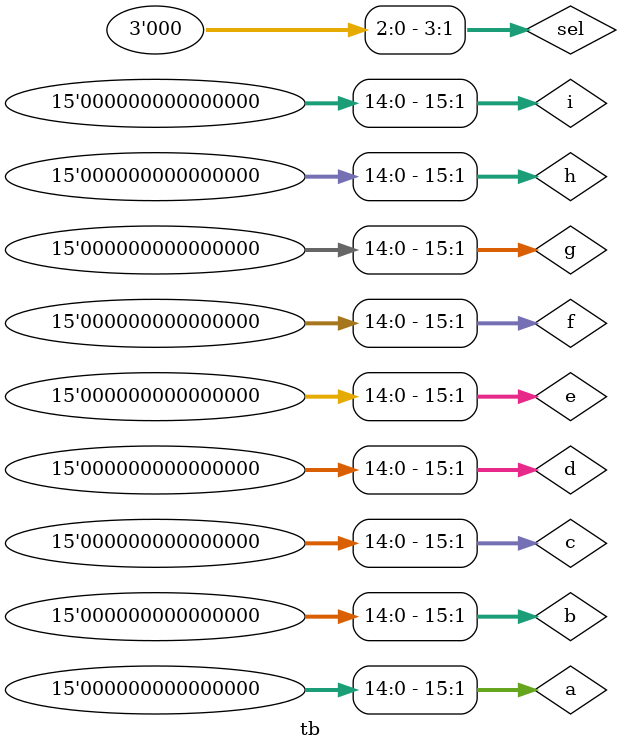
<source format=sv>
module tb();
   reg [15:0] a,b,c,d,e,f,g,h,i;reg [3:0]sel;
   wire [15:0] out;
    
    mux a1(a,b,c,d,e,f,g,h,i,sel,out);
initial begin
repeat(10) begin
a=$random;
b=$random;
sel=$random;
c=$random;
d=$random;
e=$random;
f=$random;
g=$random;
h=$random;
i=$random;
#50;
end
end
endmodule

</source>
